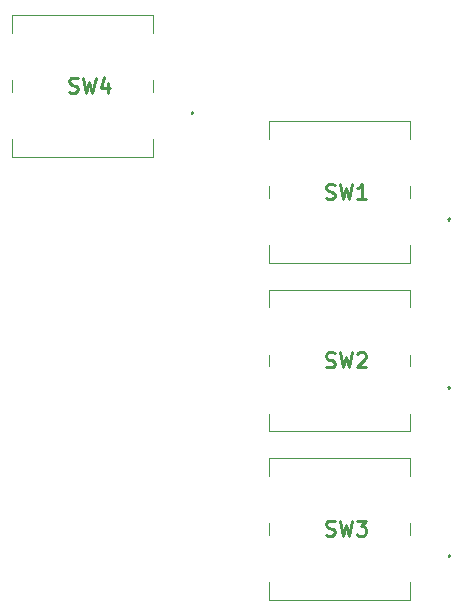
<source format=gbr>
G04 #@! TF.GenerationSoftware,KiCad,Pcbnew,(5.1.5)-3*
G04 #@! TF.CreationDate,2020-03-19T11:24:29+02:00*
G04 #@! TF.ProjectId,LeftPanel,4c656674-5061-46e6-956c-2e6b69636164,rev?*
G04 #@! TF.SameCoordinates,Original*
G04 #@! TF.FileFunction,Legend,Top*
G04 #@! TF.FilePolarity,Positive*
%FSLAX46Y46*%
G04 Gerber Fmt 4.6, Leading zero omitted, Abs format (unit mm)*
G04 Created by KiCad (PCBNEW (5.1.5)-3) date 2020-03-19 11:24:29*
%MOMM*%
%LPD*%
G04 APERTURE LIST*
%ADD10C,0.200000*%
%ADD11C,0.100000*%
%ADD12C,0.254000*%
G04 APERTURE END LIST*
D10*
X79425000Y-169450000D02*
G75*
G03X79425000Y-169650000I0J-100000D01*
G01*
X79425000Y-169650000D02*
G75*
G03X79425000Y-169450000I0J100000D01*
G01*
X79425000Y-169650000D02*
X79425000Y-169650000D01*
X79425000Y-169450000D02*
X79425000Y-169450000D01*
D11*
X76125000Y-167750000D02*
X76125000Y-166750000D01*
X64125000Y-167750000D02*
X64115000Y-166750000D01*
X76120000Y-161250000D02*
X76120000Y-162750000D01*
X64115000Y-161250000D02*
X76120000Y-161250000D01*
X64125000Y-162750000D02*
X64115000Y-161250000D01*
X76125000Y-173250000D02*
X76125000Y-171750000D01*
X64115000Y-173250000D02*
X76125000Y-173250000D01*
X64115000Y-171750000D02*
X64115000Y-173250000D01*
D10*
X79425000Y-155200000D02*
G75*
G03X79425000Y-155400000I0J-100000D01*
G01*
X79425000Y-155400000D02*
G75*
G03X79425000Y-155200000I0J100000D01*
G01*
X79425000Y-155400000D02*
X79425000Y-155400000D01*
X79425000Y-155200000D02*
X79425000Y-155200000D01*
D11*
X76125000Y-153500000D02*
X76125000Y-152500000D01*
X64125000Y-153500000D02*
X64115000Y-152500000D01*
X76120000Y-147000000D02*
X76120000Y-148500000D01*
X64115000Y-147000000D02*
X76120000Y-147000000D01*
X64125000Y-148500000D02*
X64115000Y-147000000D01*
X76125000Y-159000000D02*
X76125000Y-157500000D01*
X64115000Y-159000000D02*
X76125000Y-159000000D01*
X64115000Y-157500000D02*
X64115000Y-159000000D01*
D10*
X79425000Y-140950000D02*
G75*
G03X79425000Y-141150000I0J-100000D01*
G01*
X79425000Y-141150000D02*
G75*
G03X79425000Y-140950000I0J100000D01*
G01*
X79425000Y-141150000D02*
X79425000Y-141150000D01*
X79425000Y-140950000D02*
X79425000Y-140950000D01*
D11*
X76125000Y-139250000D02*
X76125000Y-138250000D01*
X64125000Y-139250000D02*
X64115000Y-138250000D01*
X76120000Y-132750000D02*
X76120000Y-134250000D01*
X64115000Y-132750000D02*
X76120000Y-132750000D01*
X64125000Y-134250000D02*
X64115000Y-132750000D01*
X76125000Y-144750000D02*
X76125000Y-143250000D01*
X64115000Y-144750000D02*
X76125000Y-144750000D01*
X64115000Y-143250000D02*
X64115000Y-144750000D01*
D10*
X57675000Y-131950000D02*
G75*
G03X57675000Y-132150000I0J-100000D01*
G01*
X57675000Y-132150000D02*
G75*
G03X57675000Y-131950000I0J100000D01*
G01*
X57675000Y-132150000D02*
X57675000Y-132150000D01*
X57675000Y-131950000D02*
X57675000Y-131950000D01*
D11*
X54375000Y-130250000D02*
X54375000Y-129250000D01*
X42375000Y-130250000D02*
X42365000Y-129250000D01*
X54370000Y-123750000D02*
X54370000Y-125250000D01*
X42365000Y-123750000D02*
X54370000Y-123750000D01*
X42375000Y-125250000D02*
X42365000Y-123750000D01*
X54375000Y-135750000D02*
X54375000Y-134250000D01*
X42365000Y-135750000D02*
X54375000Y-135750000D01*
X42365000Y-134250000D02*
X42365000Y-135750000D01*
D12*
X68981666Y-167764047D02*
X69163095Y-167824523D01*
X69465476Y-167824523D01*
X69586428Y-167764047D01*
X69646904Y-167703571D01*
X69707380Y-167582619D01*
X69707380Y-167461666D01*
X69646904Y-167340714D01*
X69586428Y-167280238D01*
X69465476Y-167219761D01*
X69223571Y-167159285D01*
X69102619Y-167098809D01*
X69042142Y-167038333D01*
X68981666Y-166917380D01*
X68981666Y-166796428D01*
X69042142Y-166675476D01*
X69102619Y-166615000D01*
X69223571Y-166554523D01*
X69525952Y-166554523D01*
X69707380Y-166615000D01*
X70130714Y-166554523D02*
X70433095Y-167824523D01*
X70675000Y-166917380D01*
X70916904Y-167824523D01*
X71219285Y-166554523D01*
X71582142Y-166554523D02*
X72368333Y-166554523D01*
X71945000Y-167038333D01*
X72126428Y-167038333D01*
X72247380Y-167098809D01*
X72307857Y-167159285D01*
X72368333Y-167280238D01*
X72368333Y-167582619D01*
X72307857Y-167703571D01*
X72247380Y-167764047D01*
X72126428Y-167824523D01*
X71763571Y-167824523D01*
X71642619Y-167764047D01*
X71582142Y-167703571D01*
X68981666Y-153514047D02*
X69163095Y-153574523D01*
X69465476Y-153574523D01*
X69586428Y-153514047D01*
X69646904Y-153453571D01*
X69707380Y-153332619D01*
X69707380Y-153211666D01*
X69646904Y-153090714D01*
X69586428Y-153030238D01*
X69465476Y-152969761D01*
X69223571Y-152909285D01*
X69102619Y-152848809D01*
X69042142Y-152788333D01*
X68981666Y-152667380D01*
X68981666Y-152546428D01*
X69042142Y-152425476D01*
X69102619Y-152365000D01*
X69223571Y-152304523D01*
X69525952Y-152304523D01*
X69707380Y-152365000D01*
X70130714Y-152304523D02*
X70433095Y-153574523D01*
X70675000Y-152667380D01*
X70916904Y-153574523D01*
X71219285Y-152304523D01*
X71642619Y-152425476D02*
X71703095Y-152365000D01*
X71824047Y-152304523D01*
X72126428Y-152304523D01*
X72247380Y-152365000D01*
X72307857Y-152425476D01*
X72368333Y-152546428D01*
X72368333Y-152667380D01*
X72307857Y-152848809D01*
X71582142Y-153574523D01*
X72368333Y-153574523D01*
X68981666Y-139264047D02*
X69163095Y-139324523D01*
X69465476Y-139324523D01*
X69586428Y-139264047D01*
X69646904Y-139203571D01*
X69707380Y-139082619D01*
X69707380Y-138961666D01*
X69646904Y-138840714D01*
X69586428Y-138780238D01*
X69465476Y-138719761D01*
X69223571Y-138659285D01*
X69102619Y-138598809D01*
X69042142Y-138538333D01*
X68981666Y-138417380D01*
X68981666Y-138296428D01*
X69042142Y-138175476D01*
X69102619Y-138115000D01*
X69223571Y-138054523D01*
X69525952Y-138054523D01*
X69707380Y-138115000D01*
X70130714Y-138054523D02*
X70433095Y-139324523D01*
X70675000Y-138417380D01*
X70916904Y-139324523D01*
X71219285Y-138054523D01*
X72368333Y-139324523D02*
X71642619Y-139324523D01*
X72005476Y-139324523D02*
X72005476Y-138054523D01*
X71884523Y-138235952D01*
X71763571Y-138356904D01*
X71642619Y-138417380D01*
X47231666Y-130264047D02*
X47413095Y-130324523D01*
X47715476Y-130324523D01*
X47836428Y-130264047D01*
X47896904Y-130203571D01*
X47957380Y-130082619D01*
X47957380Y-129961666D01*
X47896904Y-129840714D01*
X47836428Y-129780238D01*
X47715476Y-129719761D01*
X47473571Y-129659285D01*
X47352619Y-129598809D01*
X47292142Y-129538333D01*
X47231666Y-129417380D01*
X47231666Y-129296428D01*
X47292142Y-129175476D01*
X47352619Y-129115000D01*
X47473571Y-129054523D01*
X47775952Y-129054523D01*
X47957380Y-129115000D01*
X48380714Y-129054523D02*
X48683095Y-130324523D01*
X48925000Y-129417380D01*
X49166904Y-130324523D01*
X49469285Y-129054523D01*
X50497380Y-129477857D02*
X50497380Y-130324523D01*
X50195000Y-128994047D02*
X49892619Y-129901190D01*
X50678809Y-129901190D01*
M02*

</source>
